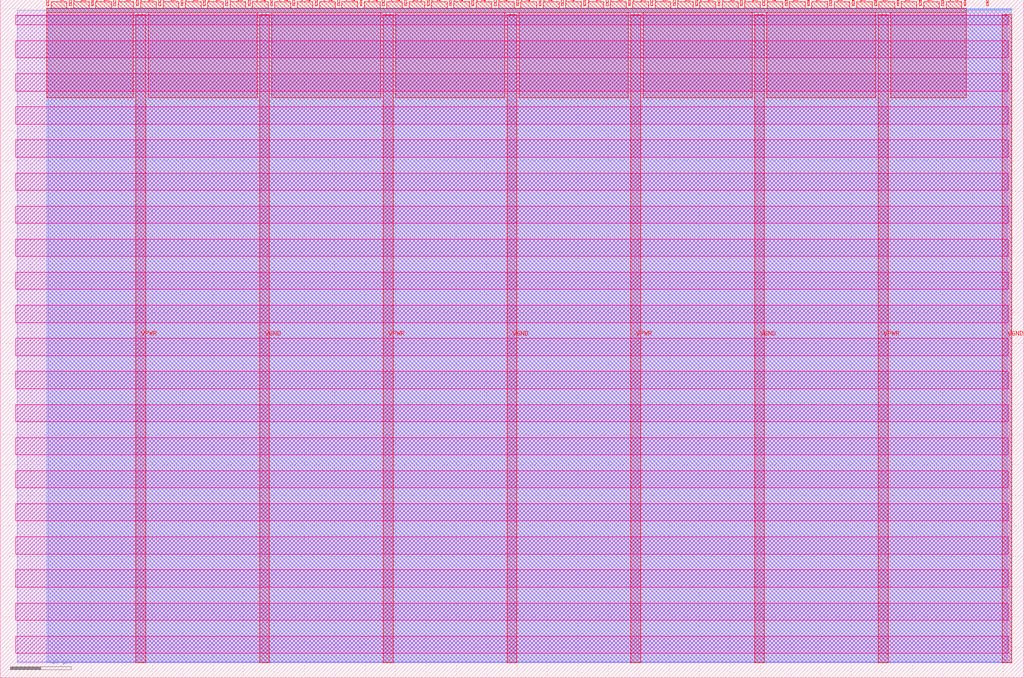
<source format=lef>
VERSION 5.7 ;
  NOWIREEXTENSIONATPIN ON ;
  DIVIDERCHAR "/" ;
  BUSBITCHARS "[]" ;
MACRO tt_um_losaias
  CLASS BLOCK ;
  FOREIGN tt_um_losaias ;
  ORIGIN 0.000 0.000 ;
  SIZE 168.360 BY 111.520 ;
  PIN VGND
    DIRECTION INOUT ;
    USE GROUND ;
    PORT
      LAYER met4 ;
        RECT 42.670 2.480 44.270 109.040 ;
    END
    PORT
      LAYER met4 ;
        RECT 83.380 2.480 84.980 109.040 ;
    END
    PORT
      LAYER met4 ;
        RECT 124.090 2.480 125.690 109.040 ;
    END
    PORT
      LAYER met4 ;
        RECT 164.800 2.480 166.400 109.040 ;
    END
  END VGND
  PIN VPWR
    DIRECTION INOUT ;
    USE POWER ;
    PORT
      LAYER met4 ;
        RECT 22.315 2.480 23.915 109.040 ;
    END
    PORT
      LAYER met4 ;
        RECT 63.025 2.480 64.625 109.040 ;
    END
    PORT
      LAYER met4 ;
        RECT 103.735 2.480 105.335 109.040 ;
    END
    PORT
      LAYER met4 ;
        RECT 144.445 2.480 146.045 109.040 ;
    END
  END VPWR
  PIN clk
    DIRECTION INPUT ;
    USE SIGNAL ;
    ANTENNAGATEAREA 0.852000 ;
    PORT
      LAYER met4 ;
        RECT 158.550 110.520 158.850 111.520 ;
    END
  END clk
  PIN ena
    DIRECTION INPUT ;
    USE SIGNAL ;
    PORT
      LAYER met4 ;
        RECT 162.230 110.520 162.530 111.520 ;
    END
  END ena
  PIN rst_n
    DIRECTION INPUT ;
    USE SIGNAL ;
    PORT
      LAYER met4 ;
        RECT 154.870 110.520 155.170 111.520 ;
    END
  END rst_n
  PIN ui_in[0]
    DIRECTION INPUT ;
    USE SIGNAL ;
    ANTENNAGATEAREA 0.213000 ;
    PORT
      LAYER met4 ;
        RECT 151.190 110.520 151.490 111.520 ;
    END
  END ui_in[0]
  PIN ui_in[1]
    DIRECTION INPUT ;
    USE SIGNAL ;
    ANTENNAGATEAREA 0.159000 ;
    PORT
      LAYER met4 ;
        RECT 147.510 110.520 147.810 111.520 ;
    END
  END ui_in[1]
  PIN ui_in[2]
    DIRECTION INPUT ;
    USE SIGNAL ;
    ANTENNAGATEAREA 0.196500 ;
    PORT
      LAYER met4 ;
        RECT 143.830 110.520 144.130 111.520 ;
    END
  END ui_in[2]
  PIN ui_in[3]
    DIRECTION INPUT ;
    USE SIGNAL ;
    ANTENNAGATEAREA 0.196500 ;
    PORT
      LAYER met4 ;
        RECT 140.150 110.520 140.450 111.520 ;
    END
  END ui_in[3]
  PIN ui_in[4]
    DIRECTION INPUT ;
    USE SIGNAL ;
    ANTENNAGATEAREA 0.213000 ;
    PORT
      LAYER met4 ;
        RECT 136.470 110.520 136.770 111.520 ;
    END
  END ui_in[4]
  PIN ui_in[5]
    DIRECTION INPUT ;
    USE SIGNAL ;
    ANTENNAGATEAREA 0.126000 ;
    PORT
      LAYER met4 ;
        RECT 132.790 110.520 133.090 111.520 ;
    END
  END ui_in[5]
  PIN ui_in[6]
    DIRECTION INPUT ;
    USE SIGNAL ;
    ANTENNAGATEAREA 0.213000 ;
    PORT
      LAYER met4 ;
        RECT 129.110 110.520 129.410 111.520 ;
    END
  END ui_in[6]
  PIN ui_in[7]
    DIRECTION INPUT ;
    USE SIGNAL ;
    ANTENNAGATEAREA 0.213000 ;
    PORT
      LAYER met4 ;
        RECT 125.430 110.520 125.730 111.520 ;
    END
  END ui_in[7]
  PIN uio_in[0]
    DIRECTION INPUT ;
    USE SIGNAL ;
    ANTENNAGATEAREA 0.196500 ;
    PORT
      LAYER met4 ;
        RECT 121.750 110.520 122.050 111.520 ;
    END
  END uio_in[0]
  PIN uio_in[1]
    DIRECTION INPUT ;
    USE SIGNAL ;
    ANTENNAGATEAREA 0.196500 ;
    PORT
      LAYER met4 ;
        RECT 118.070 110.520 118.370 111.520 ;
    END
  END uio_in[1]
  PIN uio_in[2]
    DIRECTION INPUT ;
    USE SIGNAL ;
    ANTENNAGATEAREA 0.196500 ;
    PORT
      LAYER met4 ;
        RECT 114.390 110.520 114.690 111.520 ;
    END
  END uio_in[2]
  PIN uio_in[3]
    DIRECTION INPUT ;
    USE SIGNAL ;
    ANTENNAGATEAREA 0.196500 ;
    PORT
      LAYER met4 ;
        RECT 110.710 110.520 111.010 111.520 ;
    END
  END uio_in[3]
  PIN uio_in[4]
    DIRECTION INPUT ;
    USE SIGNAL ;
    PORT
      LAYER met4 ;
        RECT 107.030 110.520 107.330 111.520 ;
    END
  END uio_in[4]
  PIN uio_in[5]
    DIRECTION INPUT ;
    USE SIGNAL ;
    PORT
      LAYER met4 ;
        RECT 103.350 110.520 103.650 111.520 ;
    END
  END uio_in[5]
  PIN uio_in[6]
    DIRECTION INPUT ;
    USE SIGNAL ;
    ANTENNAGATEAREA 0.196500 ;
    PORT
      LAYER met4 ;
        RECT 99.670 110.520 99.970 111.520 ;
    END
  END uio_in[6]
  PIN uio_in[7]
    DIRECTION INPUT ;
    USE SIGNAL ;
    PORT
      LAYER met4 ;
        RECT 95.990 110.520 96.290 111.520 ;
    END
  END uio_in[7]
  PIN uio_oe[0]
    DIRECTION OUTPUT TRISTATE ;
    USE SIGNAL ;
    PORT
      LAYER met4 ;
        RECT 33.430 110.520 33.730 111.520 ;
    END
  END uio_oe[0]
  PIN uio_oe[1]
    DIRECTION OUTPUT TRISTATE ;
    USE SIGNAL ;
    PORT
      LAYER met4 ;
        RECT 29.750 110.520 30.050 111.520 ;
    END
  END uio_oe[1]
  PIN uio_oe[2]
    DIRECTION OUTPUT TRISTATE ;
    USE SIGNAL ;
    PORT
      LAYER met4 ;
        RECT 26.070 110.520 26.370 111.520 ;
    END
  END uio_oe[2]
  PIN uio_oe[3]
    DIRECTION OUTPUT TRISTATE ;
    USE SIGNAL ;
    PORT
      LAYER met4 ;
        RECT 22.390 110.520 22.690 111.520 ;
    END
  END uio_oe[3]
  PIN uio_oe[4]
    DIRECTION OUTPUT TRISTATE ;
    USE SIGNAL ;
    PORT
      LAYER met4 ;
        RECT 18.710 110.520 19.010 111.520 ;
    END
  END uio_oe[4]
  PIN uio_oe[5]
    DIRECTION OUTPUT TRISTATE ;
    USE SIGNAL ;
    PORT
      LAYER met4 ;
        RECT 15.030 110.520 15.330 111.520 ;
    END
  END uio_oe[5]
  PIN uio_oe[6]
    DIRECTION OUTPUT TRISTATE ;
    USE SIGNAL ;
    PORT
      LAYER met4 ;
        RECT 11.350 110.520 11.650 111.520 ;
    END
  END uio_oe[6]
  PIN uio_oe[7]
    DIRECTION OUTPUT TRISTATE ;
    USE SIGNAL ;
    PORT
      LAYER met4 ;
        RECT 7.670 110.520 7.970 111.520 ;
    END
  END uio_oe[7]
  PIN uio_out[0]
    DIRECTION OUTPUT TRISTATE ;
    USE SIGNAL ;
    PORT
      LAYER met4 ;
        RECT 62.870 110.520 63.170 111.520 ;
    END
  END uio_out[0]
  PIN uio_out[1]
    DIRECTION OUTPUT TRISTATE ;
    USE SIGNAL ;
    PORT
      LAYER met4 ;
        RECT 59.190 110.520 59.490 111.520 ;
    END
  END uio_out[1]
  PIN uio_out[2]
    DIRECTION OUTPUT TRISTATE ;
    USE SIGNAL ;
    PORT
      LAYER met4 ;
        RECT 55.510 110.520 55.810 111.520 ;
    END
  END uio_out[2]
  PIN uio_out[3]
    DIRECTION OUTPUT TRISTATE ;
    USE SIGNAL ;
    PORT
      LAYER met4 ;
        RECT 51.830 110.520 52.130 111.520 ;
    END
  END uio_out[3]
  PIN uio_out[4]
    DIRECTION OUTPUT TRISTATE ;
    USE SIGNAL ;
    ANTENNAGATEAREA 0.747000 ;
    ANTENNADIFFAREA 0.891000 ;
    PORT
      LAYER met4 ;
        RECT 48.150 110.520 48.450 111.520 ;
    END
  END uio_out[4]
  PIN uio_out[5]
    DIRECTION OUTPUT TRISTATE ;
    USE SIGNAL ;
    ANTENNAGATEAREA 0.373500 ;
    ANTENNADIFFAREA 0.891000 ;
    PORT
      LAYER met4 ;
        RECT 44.470 110.520 44.770 111.520 ;
    END
  END uio_out[5]
  PIN uio_out[6]
    DIRECTION OUTPUT TRISTATE ;
    USE SIGNAL ;
    PORT
      LAYER met4 ;
        RECT 40.790 110.520 41.090 111.520 ;
    END
  END uio_out[6]
  PIN uio_out[7]
    DIRECTION OUTPUT TRISTATE ;
    USE SIGNAL ;
    ANTENNADIFFAREA 0.445500 ;
    PORT
      LAYER met4 ;
        RECT 37.110 110.520 37.410 111.520 ;
    END
  END uio_out[7]
  PIN uo_out[0]
    DIRECTION OUTPUT TRISTATE ;
    USE SIGNAL ;
    ANTENNAGATEAREA 0.247500 ;
    ANTENNADIFFAREA 0.911000 ;
    PORT
      LAYER met4 ;
        RECT 92.310 110.520 92.610 111.520 ;
    END
  END uo_out[0]
  PIN uo_out[1]
    DIRECTION OUTPUT TRISTATE ;
    USE SIGNAL ;
    ANTENNAGATEAREA 0.247500 ;
    ANTENNADIFFAREA 0.891000 ;
    PORT
      LAYER met4 ;
        RECT 88.630 110.520 88.930 111.520 ;
    END
  END uo_out[1]
  PIN uo_out[2]
    DIRECTION OUTPUT TRISTATE ;
    USE SIGNAL ;
    ANTENNAGATEAREA 0.247500 ;
    ANTENNADIFFAREA 0.795200 ;
    PORT
      LAYER met4 ;
        RECT 84.950 110.520 85.250 111.520 ;
    END
  END uo_out[2]
  PIN uo_out[3]
    DIRECTION OUTPUT TRISTATE ;
    USE SIGNAL ;
    ANTENNAGATEAREA 0.247500 ;
    ANTENNADIFFAREA 0.933750 ;
    PORT
      LAYER met4 ;
        RECT 81.270 110.520 81.570 111.520 ;
    END
  END uo_out[3]
  PIN uo_out[4]
    DIRECTION OUTPUT TRISTATE ;
    USE SIGNAL ;
    ANTENNAGATEAREA 0.247500 ;
    ANTENNADIFFAREA 0.795200 ;
    PORT
      LAYER met4 ;
        RECT 77.590 110.520 77.890 111.520 ;
    END
  END uo_out[4]
  PIN uo_out[5]
    DIRECTION OUTPUT TRISTATE ;
    USE SIGNAL ;
    ANTENNAGATEAREA 0.247500 ;
    ANTENNADIFFAREA 1.593000 ;
    PORT
      LAYER met4 ;
        RECT 73.910 110.520 74.210 111.520 ;
    END
  END uo_out[5]
  PIN uo_out[6]
    DIRECTION OUTPUT TRISTATE ;
    USE SIGNAL ;
    ANTENNAGATEAREA 0.247500 ;
    ANTENNADIFFAREA 0.795200 ;
    PORT
      LAYER met4 ;
        RECT 70.230 110.520 70.530 111.520 ;
    END
  END uo_out[6]
  PIN uo_out[7]
    DIRECTION OUTPUT TRISTATE ;
    USE SIGNAL ;
    ANTENNADIFFAREA 0.453750 ;
    PORT
      LAYER met4 ;
        RECT 66.550 110.520 66.850 111.520 ;
    END
  END uo_out[7]
  OBS
      LAYER nwell ;
        RECT 2.570 107.385 165.790 108.990 ;
        RECT 2.570 101.945 165.790 104.775 ;
        RECT 2.570 96.505 165.790 99.335 ;
        RECT 2.570 91.065 165.790 93.895 ;
        RECT 2.570 85.625 165.790 88.455 ;
        RECT 2.570 80.185 165.790 83.015 ;
        RECT 2.570 74.745 165.790 77.575 ;
        RECT 2.570 69.305 165.790 72.135 ;
        RECT 2.570 63.865 165.790 66.695 ;
        RECT 2.570 58.425 165.790 61.255 ;
        RECT 2.570 52.985 165.790 55.815 ;
        RECT 2.570 47.545 165.790 50.375 ;
        RECT 2.570 42.105 165.790 44.935 ;
        RECT 2.570 36.665 165.790 39.495 ;
        RECT 2.570 31.225 165.790 34.055 ;
        RECT 2.570 25.785 165.790 28.615 ;
        RECT 2.570 20.345 165.790 23.175 ;
        RECT 2.570 14.905 165.790 17.735 ;
        RECT 2.570 9.465 165.790 12.295 ;
        RECT 2.570 4.025 165.790 6.855 ;
      LAYER li1 ;
        RECT 2.760 2.635 165.600 108.885 ;
      LAYER met1 ;
        RECT 2.760 2.480 166.400 109.780 ;
      LAYER met2 ;
        RECT 7.910 2.535 166.370 110.005 ;
      LAYER met3 ;
        RECT 7.630 2.555 166.390 109.985 ;
      LAYER met4 ;
        RECT 8.370 110.120 10.950 111.170 ;
        RECT 12.050 110.120 14.630 111.170 ;
        RECT 15.730 110.120 18.310 111.170 ;
        RECT 19.410 110.120 21.990 111.170 ;
        RECT 23.090 110.120 25.670 111.170 ;
        RECT 26.770 110.120 29.350 111.170 ;
        RECT 30.450 110.120 33.030 111.170 ;
        RECT 34.130 110.120 36.710 111.170 ;
        RECT 37.810 110.120 40.390 111.170 ;
        RECT 41.490 110.120 44.070 111.170 ;
        RECT 45.170 110.120 47.750 111.170 ;
        RECT 48.850 110.120 51.430 111.170 ;
        RECT 52.530 110.120 55.110 111.170 ;
        RECT 56.210 110.120 58.790 111.170 ;
        RECT 59.890 110.120 62.470 111.170 ;
        RECT 63.570 110.120 66.150 111.170 ;
        RECT 67.250 110.120 69.830 111.170 ;
        RECT 70.930 110.120 73.510 111.170 ;
        RECT 74.610 110.120 77.190 111.170 ;
        RECT 78.290 110.120 80.870 111.170 ;
        RECT 81.970 110.120 84.550 111.170 ;
        RECT 85.650 110.120 88.230 111.170 ;
        RECT 89.330 110.120 91.910 111.170 ;
        RECT 93.010 110.120 95.590 111.170 ;
        RECT 96.690 110.120 99.270 111.170 ;
        RECT 100.370 110.120 102.950 111.170 ;
        RECT 104.050 110.120 106.630 111.170 ;
        RECT 107.730 110.120 110.310 111.170 ;
        RECT 111.410 110.120 113.990 111.170 ;
        RECT 115.090 110.120 117.670 111.170 ;
        RECT 118.770 110.120 121.350 111.170 ;
        RECT 122.450 110.120 125.030 111.170 ;
        RECT 126.130 110.120 128.710 111.170 ;
        RECT 129.810 110.120 132.390 111.170 ;
        RECT 133.490 110.120 136.070 111.170 ;
        RECT 137.170 110.120 139.750 111.170 ;
        RECT 140.850 110.120 143.430 111.170 ;
        RECT 144.530 110.120 147.110 111.170 ;
        RECT 148.210 110.120 150.790 111.170 ;
        RECT 151.890 110.120 154.470 111.170 ;
        RECT 155.570 110.120 158.150 111.170 ;
        RECT 7.655 109.440 158.865 110.120 ;
        RECT 7.655 95.375 21.915 109.440 ;
        RECT 24.315 95.375 42.270 109.440 ;
        RECT 44.670 95.375 62.625 109.440 ;
        RECT 65.025 95.375 82.980 109.440 ;
        RECT 85.380 95.375 103.335 109.440 ;
        RECT 105.735 95.375 123.690 109.440 ;
        RECT 126.090 95.375 144.045 109.440 ;
        RECT 146.445 95.375 158.865 109.440 ;
  END
END tt_um_losaias
END LIBRARY


</source>
